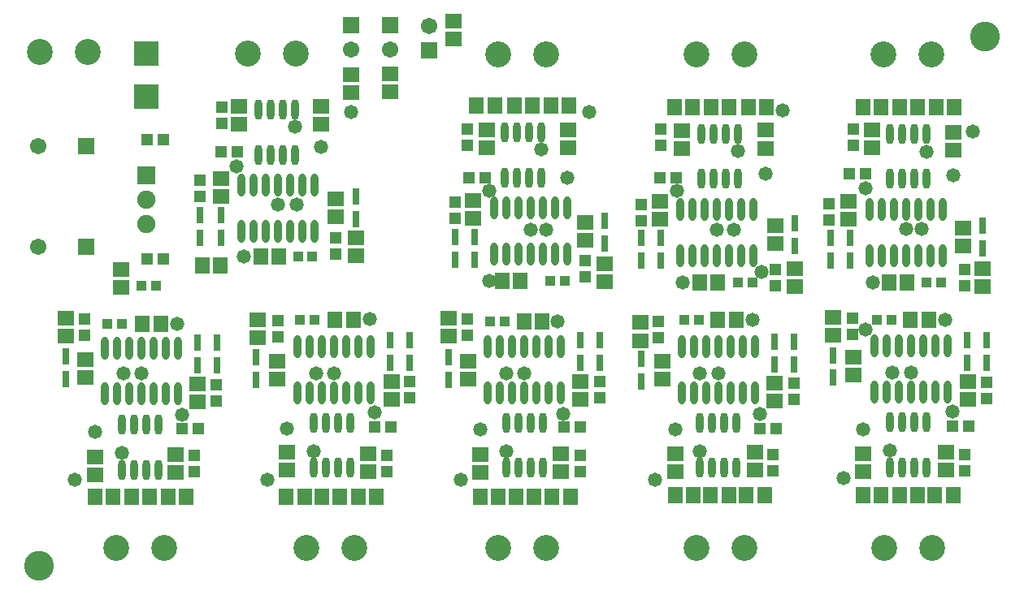
<source format=gts>
%FSDAX24Y24*%
%MOIN*%
%SFA1B1*%

%IPPOS*%
%ADD34C,0.122000*%
%ADD35R,0.051300X0.047400*%
%ADD36R,0.039500X0.039500*%
%ADD37R,0.067100X0.059200*%
%ADD38R,0.098600X0.098600*%
%ADD39O,0.031600X0.094600*%
%ADD40R,0.047400X0.051300*%
%ADD41R,0.059200X0.067100*%
%ADD42R,0.029700X0.065100*%
%ADD43O,0.031600X0.082800*%
%ADD44R,0.074900X0.074900*%
%ADD45C,0.074900*%
%ADD46R,0.067100X0.067100*%
%ADD47C,0.067100*%
%ADD48R,0.067100X0.067100*%
%ADD49C,0.106400*%
%ADD50C,0.058000*%
%LNde-220124-1*%
%LPD*%
G54D34*
X013300Y065900D03*
X052100Y087650D03*
G54D35*
X017715Y083400D03*
X018385D03*
X017715Y078500D03*
X018385D03*
X027735Y071600D03*
X027065D03*
X035485D03*
X034815D03*
X043535Y071550D03*
X042865D03*
X051435Y071650D03*
X050765D03*
X046515Y082000D03*
X047185D03*
X038765Y081850D03*
X039435D03*
X030915D03*
X031585D03*
X020765Y082900D03*
X021435D03*
X019165Y071550D03*
X019835D03*
G54D36*
X017505Y077400D03*
X018095D03*
X023909Y078600D03*
X024500D03*
X024595Y076000D03*
X024005D03*
X032391Y075950D03*
X031800D03*
X040345Y076000D03*
X039755D03*
X048241D03*
X047650D03*
X049705Y077550D03*
X050295D03*
X041955D03*
X042545D03*
X034255Y077600D03*
X034845D03*
X016695Y075850D03*
X016105D03*
G54D37*
X016650Y077326D03*
Y078074D03*
X020750Y081824D03*
Y081076D03*
X026300Y078626D03*
Y079374D03*
X025450Y080974D03*
Y080226D03*
X026100Y086074D03*
Y085326D03*
X030300Y088274D03*
Y087526D03*
X027700Y086124D03*
Y085376D03*
X024850Y084026D03*
Y084774D03*
X021500Y084026D03*
Y084774D03*
X022250Y076024D03*
Y075276D03*
X023450Y070574D03*
Y069826D03*
X026800Y070524D03*
Y069776D03*
X030900Y073576D03*
Y074324D03*
X030100Y076074D03*
Y075326D03*
X035500Y072726D03*
Y073474D03*
X031400Y070474D03*
Y069726D03*
X034700Y070524D03*
Y069776D03*
X037950Y075900D03*
Y075152D03*
X043450Y072676D03*
Y073424D03*
X039400Y070524D03*
Y069776D03*
X045850Y076124D03*
Y075376D03*
X047100Y070524D03*
Y069776D03*
X050500Y070574D03*
Y069826D03*
X052000Y077376D03*
Y078124D03*
X050800Y082976D03*
Y083724D03*
X043100Y083052D03*
Y083800D03*
X047450Y083076D03*
Y083824D03*
X038750Y080874D03*
Y080126D03*
X039650Y083026D03*
Y083774D03*
X044300Y077376D03*
Y078124D03*
X035000Y083076D03*
Y083824D03*
X031650Y083076D03*
Y083824D03*
X036500Y077576D03*
Y078324D03*
X035700Y080024D03*
Y079276D03*
X031100Y080924D03*
Y080176D03*
X046500Y080874D03*
Y080126D03*
X051200Y079774D03*
Y079026D03*
X043500Y079874D03*
Y079126D03*
X018900Y070474D03*
Y069726D03*
X015600Y070374D03*
Y069626D03*
X015200Y073626D03*
Y074374D03*
X014400Y075326D03*
Y076074D03*
X019800Y073374D03*
Y072626D03*
X023050Y073576D03*
Y074324D03*
X027750Y072726D03*
Y073474D03*
X038850Y073576D03*
Y074324D03*
X042650Y070574D03*
Y069826D03*
X051400Y072726D03*
Y073474D03*
X046700Y073726D03*
Y074474D03*
G54D38*
X017700Y086936D03*
Y085164D03*
G54D39*
X021600Y079655D03*
X022100D03*
X022600D03*
X023100D03*
X023600D03*
X024100D03*
X024600D03*
X021600Y081545D03*
X022100D03*
X022600D03*
X023100D03*
X023600D03*
X024100D03*
X024600D03*
X026900Y074895D03*
X026400D03*
X025900D03*
X025400D03*
X024900D03*
X024400D03*
X023900D03*
X026900Y073005D03*
X026400D03*
X025900D03*
X025400D03*
X024900D03*
X024400D03*
X023900D03*
X042650Y074895D03*
X042150D03*
X041650D03*
X041150D03*
X040650D03*
X040150D03*
X039650D03*
X042650Y073005D03*
X042150D03*
X041650D03*
X041150D03*
X040650D03*
X040150D03*
X039650D03*
X034700Y074895D03*
X034200D03*
X033700D03*
X033200D03*
X032700D03*
X032200D03*
X031700D03*
X034700Y073005D03*
X034200D03*
X033700D03*
X033200D03*
X032700D03*
X032200D03*
X031700D03*
X047350Y078650D03*
X047850D03*
X048350D03*
X048850D03*
X049350D03*
X049850D03*
X050350D03*
X047350Y080540D03*
X047850D03*
X048350D03*
X048850D03*
X049350D03*
X049850D03*
X050350D03*
X050550Y074945D03*
X050050D03*
X049550D03*
X049050D03*
X048550D03*
X048050D03*
X047550D03*
X050550Y073055D03*
X050050D03*
X049550D03*
X049050D03*
X048550D03*
X048050D03*
X047550D03*
X039600Y078655D03*
X040100D03*
X040600D03*
X041100D03*
X041600D03*
X042100D03*
X042600D03*
X039600Y080545D03*
X040100D03*
X040600D03*
X041100D03*
X041600D03*
X042100D03*
X042600D03*
X031950Y078705D03*
X032450D03*
X032950D03*
X033450D03*
X033950D03*
X034450D03*
X034950D03*
X031950Y080595D03*
X032450D03*
X032950D03*
X033450D03*
X033950D03*
X034450D03*
X034950D03*
X019000Y074850D03*
X018500D03*
X018000D03*
X017500D03*
X017000D03*
X016500D03*
X016000D03*
X019000Y072960D03*
X018500D03*
X018000D03*
X017500D03*
X017000D03*
X016500D03*
X016000D03*
G54D40*
X019900Y081065D03*
Y081735D03*
X020800Y084065D03*
Y084735D03*
X025450Y078715D03*
Y079385D03*
X023100Y075985D03*
Y075315D03*
X027550Y069765D03*
Y070435D03*
X030850Y076035D03*
Y075365D03*
X036300Y073485D03*
Y072815D03*
X035500Y069781D03*
Y070450D03*
X038700Y075950D03*
Y075281D03*
X044250Y073419D03*
Y072750D03*
X043400Y069815D03*
Y070485D03*
X052150Y073435D03*
Y072765D03*
X046650Y076085D03*
Y075415D03*
X051250Y069815D03*
Y070485D03*
Y077400D03*
Y078069D03*
X046700Y083835D03*
Y083165D03*
X043500Y077415D03*
Y078085D03*
X035700Y077765D03*
Y078435D03*
X030350Y080165D03*
Y080835D03*
X030850Y083835D03*
Y083165D03*
X038800Y083827D03*
Y083158D03*
X045700Y080115D03*
Y080785D03*
X038000Y080065D03*
Y080735D03*
X019650Y069765D03*
Y070435D03*
X015150Y076035D03*
Y075365D03*
X020550Y073335D03*
Y072665D03*
X028500Y073485D03*
Y072815D03*
G54D41*
X022376Y078600D03*
X023124D03*
X025426Y076000D03*
X026174D03*
X023426Y068750D03*
X024174D03*
X024876D03*
X025624D03*
X026376D03*
X027124D03*
X033176Y075950D03*
X033924D03*
X031376Y068750D03*
X032124D03*
X034326D03*
X035074D03*
X032852D03*
X033600D03*
X041126Y076000D03*
X041874D03*
X039376Y068800D03*
X040124D03*
X042300D03*
X043048D03*
X040826D03*
X041574D03*
X049026Y076000D03*
X049774D03*
X047076Y068800D03*
X047824D03*
X048576D03*
X049324D03*
X050026D03*
X050774D03*
X047824Y084750D03*
X047076D03*
X049324D03*
X048576D03*
X050824D03*
X050076D03*
X048150Y077550D03*
X048898D03*
X040376D03*
X041124D03*
X040100Y084750D03*
X039352D03*
X043124D03*
X042376D03*
X041600D03*
X040852D03*
X032276Y077600D03*
X033024D03*
X031974Y084800D03*
X031226D03*
X033524D03*
X032776D03*
X035024D03*
X034276D03*
X017824Y068750D03*
X017076D03*
X019324D03*
X018576D03*
X016324D03*
X015576D03*
X017526Y075850D03*
X018274D03*
X020724Y078250D03*
X019976D03*
G54D42*
X026300Y080137D03*
Y081063D03*
X019900Y080313D03*
Y079387D03*
X020750Y080313D03*
Y079387D03*
X022200Y074463D03*
Y073537D03*
X027700Y074237D03*
Y075163D03*
X028500Y074237D03*
Y075163D03*
X030100Y074463D03*
Y073537D03*
X035500Y074237D03*
Y075163D03*
X036300Y074237D03*
Y075163D03*
X044250Y074187D03*
Y075113D03*
X043450Y074187D03*
Y075113D03*
X038000Y074413D03*
Y073487D03*
X051356Y074244D03*
Y075169D03*
X052150Y074237D03*
Y075163D03*
X045750Y079363D03*
Y078437D03*
X046550Y079363D03*
Y078437D03*
X038800Y079363D03*
Y078437D03*
X038000Y079363D03*
Y078437D03*
X036500Y079137D03*
Y080063D03*
X031150Y079413D03*
Y078487D03*
X030350Y079413D03*
Y078487D03*
X052000Y078950D03*
Y079875D03*
X044300Y079050D03*
Y079975D03*
X019800Y074137D03*
Y075063D03*
X020600Y074137D03*
Y075063D03*
X014400Y074513D03*
Y073587D03*
X045850Y074550D03*
Y073625D03*
G54D43*
X023800Y084625D03*
X023300D03*
X022800D03*
X022300D03*
X023800Y082775D03*
X023300D03*
X022800D03*
X022300D03*
X024550Y069925D03*
X025050D03*
X025550D03*
X026050D03*
X024550Y071775D03*
X025050D03*
X025550D03*
X026050D03*
X032450Y069925D03*
X032950D03*
X033450D03*
X033950D03*
X032450Y071775D03*
X032950D03*
X033450D03*
X033950D03*
X040400Y069925D03*
X040900D03*
X041400D03*
X041900D03*
X040400Y071775D03*
X040900D03*
X041400D03*
X041900D03*
X048200Y069950D03*
X048700D03*
X049200D03*
X049700D03*
X048200Y071800D03*
X048700D03*
X049200D03*
X049700D03*
Y083650D03*
X049200D03*
X048700D03*
X048200D03*
X049700Y081800D03*
X049200D03*
X048700D03*
X048200D03*
X041950Y083650D03*
X041450D03*
X040950D03*
X040450D03*
X041950Y081800D03*
X041450D03*
X040950D03*
X040450D03*
X033900Y083700D03*
X033400D03*
X032900D03*
X032400D03*
X033900Y081850D03*
X033400D03*
X032900D03*
X032400D03*
X016700Y069850D03*
X017200D03*
X017700D03*
X018200D03*
X016700Y071700D03*
X017200D03*
X017700D03*
X018200D03*
G54D44*
X017700Y081950D03*
G54D45*
X017700Y080950D03*
Y079950D03*
G54D46*
X015234Y079000D03*
Y083150D03*
G54D47*
X013266Y079000D03*
Y083150D03*
X029300Y088085D03*
X027700Y087100D03*
X026100D03*
G54D48*
X029300Y087085D03*
X027700Y088100D03*
X026100D03*
G54D49*
X021866Y086950D03*
X023834D03*
X026219Y066650D03*
X024250D03*
X040266Y086900D03*
X042234D03*
X049934Y066650D03*
X047966D03*
X042234D03*
X040266D03*
X047916Y086900D03*
X049884D03*
X032116D03*
X034084D03*
X018419Y066650D03*
X016450D03*
X015284Y087000D03*
X013316D03*
X034084Y066650D03*
X032116D03*
G54D50*
X021400Y082300D03*
X024850Y083100D03*
X023800Y083950D03*
X023850Y080750D03*
X023100D03*
X021700Y078600D03*
X027050Y072200D03*
X024550Y070600D03*
X023450Y071550D03*
X024650Y073800D03*
X025400D03*
X026850Y076050D03*
X034550Y075950D03*
X032450Y070600D03*
X031400Y071500D03*
X032450Y073800D03*
X033200D03*
X034800Y072150D03*
X042850D03*
X040400Y070600D03*
X039400Y071500D03*
X040400Y073800D03*
X041150D03*
X050750Y072250D03*
X049050Y073850D03*
X048300D03*
X048200Y070650D03*
X047100Y071500D03*
X050450Y076000D03*
X049500Y079750D03*
X048850D03*
X047200Y081400D03*
X047500Y077550D03*
X050800Y081950D03*
X049700Y082900D03*
X041800Y079700D03*
X041100D03*
X039450Y081300D03*
X039700Y077550D03*
X041950Y082950D03*
X043100Y082000D03*
X031750Y081300D03*
X033450Y079700D03*
X033900Y083000D03*
X034950Y081850D03*
X034100Y079700D03*
X018950Y075850D03*
X017500Y073800D03*
X016750D03*
X019150Y072100D03*
X015600Y071400D03*
X016700Y070550D03*
X042550Y076000D03*
X031750Y077600D03*
X026100Y084550D03*
X046300Y069500D03*
X051600Y083750D03*
X043800Y084600D03*
X035850Y084550D03*
X038550Y069450D03*
X030600D03*
X022650D03*
X014750D03*
X042920Y077974D03*
X047200Y075600D03*
M02*
</source>
